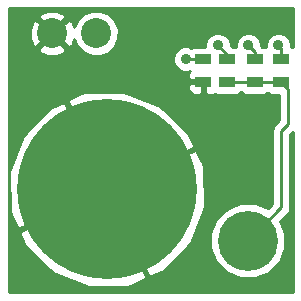
<source format=gbl>
G04 (created by PCBNEW (2013-07-07 BZR 4022)-stable) date 1/5/2014 2:00:07 AM*
%MOIN*%
G04 Gerber Fmt 3.4, Leading zero omitted, Abs format*
%FSLAX34Y34*%
G01*
G70*
G90*
G04 APERTURE LIST*
%ADD10C,0.00590551*%
%ADD11R,0.055X0.035*%
%ADD12C,0.1*%
%ADD13C,0.6*%
%ADD14C,0.2*%
%ADD15C,0.035*%
%ADD16C,0.01*%
G04 APERTURE END LIST*
G54D10*
G54D11*
X76200Y-41805D03*
X76200Y-42555D03*
X78780Y-41805D03*
X78780Y-42555D03*
X77920Y-41805D03*
X77920Y-42555D03*
X77000Y-41805D03*
X77000Y-42555D03*
G54D12*
X72620Y-40940D03*
X71160Y-40940D03*
G54D13*
X72980Y-46140D03*
G54D14*
X77678Y-47850D03*
G54D15*
X78260Y-44020D03*
X73800Y-41220D03*
X76680Y-41340D03*
X77700Y-41340D03*
X78700Y-41340D03*
X75620Y-41800D03*
G54D16*
X77678Y-47850D02*
X77689Y-47850D01*
X77689Y-47850D02*
X78800Y-46740D01*
X78800Y-46740D02*
X78800Y-44180D01*
X78800Y-44180D02*
X79020Y-43960D01*
X79020Y-43960D02*
X79020Y-42795D01*
X79020Y-42795D02*
X78780Y-42555D01*
X77920Y-42555D02*
X78780Y-42555D01*
X77000Y-42555D02*
X77920Y-42555D01*
X77000Y-41805D02*
X77000Y-41660D01*
X77000Y-41660D02*
X76680Y-41340D01*
X77920Y-41805D02*
X77920Y-41560D01*
X77920Y-41560D02*
X77700Y-41340D01*
X78780Y-41805D02*
X78780Y-41420D01*
X78780Y-41420D02*
X78700Y-41340D01*
X76200Y-41805D02*
X75625Y-41805D01*
X75625Y-41805D02*
X75620Y-41800D01*
G54D10*
G36*
X79170Y-49570D02*
X76241Y-49570D01*
X76241Y-46723D01*
X76216Y-45430D01*
X76178Y-45274D01*
X76150Y-45217D01*
X76150Y-42917D01*
X76150Y-42605D01*
X75737Y-42605D01*
X75675Y-42667D01*
X75674Y-42779D01*
X75712Y-42871D01*
X75783Y-42941D01*
X75875Y-42979D01*
X75974Y-42980D01*
X76087Y-42980D01*
X76150Y-42917D01*
X76150Y-45217D01*
X75947Y-44811D01*
X75905Y-44831D01*
X75905Y-44720D01*
X75698Y-44245D01*
X74767Y-43349D01*
X73563Y-42878D01*
X73370Y-42881D01*
X73370Y-40791D01*
X73256Y-40515D01*
X73045Y-40304D01*
X72769Y-40190D01*
X72471Y-40189D01*
X72195Y-40303D01*
X71984Y-40514D01*
X71891Y-40737D01*
X71806Y-40531D01*
X71690Y-40480D01*
X71619Y-40550D01*
X71619Y-40409D01*
X71568Y-40293D01*
X71289Y-40186D01*
X70991Y-40194D01*
X70751Y-40293D01*
X70700Y-40409D01*
X71160Y-40869D01*
X71619Y-40409D01*
X71619Y-40550D01*
X71230Y-40940D01*
X71690Y-41399D01*
X71806Y-41348D01*
X71888Y-41134D01*
X71983Y-41364D01*
X72194Y-41575D01*
X72470Y-41689D01*
X72768Y-41690D01*
X73044Y-41576D01*
X73255Y-41365D01*
X73369Y-41089D01*
X73370Y-40791D01*
X73370Y-42881D01*
X72270Y-42903D01*
X72114Y-42941D01*
X71651Y-43172D01*
X73004Y-46073D01*
X75905Y-44720D01*
X75905Y-44831D01*
X73046Y-46164D01*
X74399Y-49065D01*
X74874Y-48858D01*
X75770Y-47927D01*
X76241Y-46723D01*
X76241Y-49570D01*
X74308Y-49570D01*
X74308Y-49107D01*
X72955Y-46206D01*
X72913Y-46226D01*
X72913Y-46115D01*
X71619Y-43341D01*
X71619Y-41470D01*
X71160Y-41010D01*
X71089Y-41081D01*
X71089Y-40940D01*
X70629Y-40480D01*
X70513Y-40531D01*
X70406Y-40810D01*
X70414Y-41108D01*
X70513Y-41348D01*
X70629Y-41399D01*
X71089Y-40940D01*
X71089Y-41081D01*
X70700Y-41470D01*
X70751Y-41586D01*
X71030Y-41693D01*
X71328Y-41685D01*
X71568Y-41586D01*
X71619Y-41470D01*
X71619Y-43341D01*
X71560Y-43214D01*
X71085Y-43421D01*
X70189Y-44352D01*
X69718Y-45556D01*
X69743Y-46849D01*
X69781Y-47005D01*
X70012Y-47468D01*
X72913Y-46115D01*
X72913Y-46226D01*
X70054Y-47559D01*
X70261Y-48034D01*
X71192Y-48930D01*
X72396Y-49401D01*
X73689Y-49376D01*
X73845Y-49338D01*
X74308Y-49107D01*
X74308Y-49570D01*
X69709Y-49570D01*
X69709Y-40109D01*
X79170Y-40109D01*
X79170Y-41407D01*
X79124Y-41388D01*
X79125Y-41255D01*
X79060Y-41099D01*
X78941Y-40979D01*
X78784Y-40915D01*
X78615Y-40914D01*
X78459Y-40979D01*
X78339Y-41098D01*
X78275Y-41255D01*
X78274Y-41392D01*
X78244Y-41380D01*
X78153Y-41379D01*
X78132Y-41347D01*
X78132Y-41347D01*
X78124Y-41340D01*
X78125Y-41255D01*
X78060Y-41099D01*
X77941Y-40979D01*
X77784Y-40915D01*
X77615Y-40914D01*
X77459Y-40979D01*
X77339Y-41098D01*
X77275Y-41255D01*
X77274Y-41379D01*
X77225Y-41379D01*
X77144Y-41379D01*
X77104Y-41340D01*
X77105Y-41255D01*
X77040Y-41099D01*
X76921Y-40979D01*
X76764Y-40915D01*
X76595Y-40914D01*
X76439Y-40979D01*
X76319Y-41098D01*
X76255Y-41255D01*
X76254Y-41379D01*
X75875Y-41379D01*
X75795Y-41412D01*
X75704Y-41375D01*
X75535Y-41374D01*
X75379Y-41439D01*
X75259Y-41558D01*
X75195Y-41715D01*
X75194Y-41884D01*
X75259Y-42040D01*
X75378Y-42160D01*
X75535Y-42224D01*
X75704Y-42225D01*
X75742Y-42209D01*
X75712Y-42238D01*
X75674Y-42330D01*
X75675Y-42442D01*
X75737Y-42505D01*
X76150Y-42505D01*
X76150Y-42497D01*
X76250Y-42497D01*
X76250Y-42505D01*
X76257Y-42505D01*
X76257Y-42605D01*
X76250Y-42605D01*
X76250Y-42917D01*
X76312Y-42980D01*
X76425Y-42980D01*
X76524Y-42979D01*
X76600Y-42948D01*
X76675Y-42979D01*
X76774Y-42980D01*
X77324Y-42980D01*
X77416Y-42942D01*
X77460Y-42898D01*
X77503Y-42941D01*
X77595Y-42979D01*
X77694Y-42980D01*
X78244Y-42980D01*
X78336Y-42942D01*
X78349Y-42928D01*
X78363Y-42941D01*
X78455Y-42979D01*
X78554Y-42980D01*
X78720Y-42980D01*
X78720Y-43835D01*
X78587Y-43967D01*
X78522Y-44065D01*
X78500Y-44180D01*
X78500Y-46615D01*
X78343Y-46772D01*
X77928Y-46600D01*
X77430Y-46599D01*
X76971Y-46789D01*
X76619Y-47141D01*
X76428Y-47600D01*
X76428Y-48097D01*
X76618Y-48557D01*
X76969Y-48909D01*
X77428Y-49099D01*
X77926Y-49100D01*
X78385Y-48910D01*
X78737Y-48559D01*
X78928Y-48099D01*
X78928Y-47602D01*
X78762Y-47201D01*
X79012Y-46952D01*
X79012Y-46952D01*
X79077Y-46854D01*
X79099Y-46740D01*
X79100Y-46740D01*
X79100Y-44304D01*
X79170Y-44233D01*
X79170Y-49570D01*
X79170Y-49570D01*
G37*
G54D16*
X79170Y-49570D02*
X76241Y-49570D01*
X76241Y-46723D01*
X76216Y-45430D01*
X76178Y-45274D01*
X76150Y-45217D01*
X76150Y-42917D01*
X76150Y-42605D01*
X75737Y-42605D01*
X75675Y-42667D01*
X75674Y-42779D01*
X75712Y-42871D01*
X75783Y-42941D01*
X75875Y-42979D01*
X75974Y-42980D01*
X76087Y-42980D01*
X76150Y-42917D01*
X76150Y-45217D01*
X75947Y-44811D01*
X75905Y-44831D01*
X75905Y-44720D01*
X75698Y-44245D01*
X74767Y-43349D01*
X73563Y-42878D01*
X73370Y-42881D01*
X73370Y-40791D01*
X73256Y-40515D01*
X73045Y-40304D01*
X72769Y-40190D01*
X72471Y-40189D01*
X72195Y-40303D01*
X71984Y-40514D01*
X71891Y-40737D01*
X71806Y-40531D01*
X71690Y-40480D01*
X71619Y-40550D01*
X71619Y-40409D01*
X71568Y-40293D01*
X71289Y-40186D01*
X70991Y-40194D01*
X70751Y-40293D01*
X70700Y-40409D01*
X71160Y-40869D01*
X71619Y-40409D01*
X71619Y-40550D01*
X71230Y-40940D01*
X71690Y-41399D01*
X71806Y-41348D01*
X71888Y-41134D01*
X71983Y-41364D01*
X72194Y-41575D01*
X72470Y-41689D01*
X72768Y-41690D01*
X73044Y-41576D01*
X73255Y-41365D01*
X73369Y-41089D01*
X73370Y-40791D01*
X73370Y-42881D01*
X72270Y-42903D01*
X72114Y-42941D01*
X71651Y-43172D01*
X73004Y-46073D01*
X75905Y-44720D01*
X75905Y-44831D01*
X73046Y-46164D01*
X74399Y-49065D01*
X74874Y-48858D01*
X75770Y-47927D01*
X76241Y-46723D01*
X76241Y-49570D01*
X74308Y-49570D01*
X74308Y-49107D01*
X72955Y-46206D01*
X72913Y-46226D01*
X72913Y-46115D01*
X71619Y-43341D01*
X71619Y-41470D01*
X71160Y-41010D01*
X71089Y-41081D01*
X71089Y-40940D01*
X70629Y-40480D01*
X70513Y-40531D01*
X70406Y-40810D01*
X70414Y-41108D01*
X70513Y-41348D01*
X70629Y-41399D01*
X71089Y-40940D01*
X71089Y-41081D01*
X70700Y-41470D01*
X70751Y-41586D01*
X71030Y-41693D01*
X71328Y-41685D01*
X71568Y-41586D01*
X71619Y-41470D01*
X71619Y-43341D01*
X71560Y-43214D01*
X71085Y-43421D01*
X70189Y-44352D01*
X69718Y-45556D01*
X69743Y-46849D01*
X69781Y-47005D01*
X70012Y-47468D01*
X72913Y-46115D01*
X72913Y-46226D01*
X70054Y-47559D01*
X70261Y-48034D01*
X71192Y-48930D01*
X72396Y-49401D01*
X73689Y-49376D01*
X73845Y-49338D01*
X74308Y-49107D01*
X74308Y-49570D01*
X69709Y-49570D01*
X69709Y-40109D01*
X79170Y-40109D01*
X79170Y-41407D01*
X79124Y-41388D01*
X79125Y-41255D01*
X79060Y-41099D01*
X78941Y-40979D01*
X78784Y-40915D01*
X78615Y-40914D01*
X78459Y-40979D01*
X78339Y-41098D01*
X78275Y-41255D01*
X78274Y-41392D01*
X78244Y-41380D01*
X78153Y-41379D01*
X78132Y-41347D01*
X78132Y-41347D01*
X78124Y-41340D01*
X78125Y-41255D01*
X78060Y-41099D01*
X77941Y-40979D01*
X77784Y-40915D01*
X77615Y-40914D01*
X77459Y-40979D01*
X77339Y-41098D01*
X77275Y-41255D01*
X77274Y-41379D01*
X77225Y-41379D01*
X77144Y-41379D01*
X77104Y-41340D01*
X77105Y-41255D01*
X77040Y-41099D01*
X76921Y-40979D01*
X76764Y-40915D01*
X76595Y-40914D01*
X76439Y-40979D01*
X76319Y-41098D01*
X76255Y-41255D01*
X76254Y-41379D01*
X75875Y-41379D01*
X75795Y-41412D01*
X75704Y-41375D01*
X75535Y-41374D01*
X75379Y-41439D01*
X75259Y-41558D01*
X75195Y-41715D01*
X75194Y-41884D01*
X75259Y-42040D01*
X75378Y-42160D01*
X75535Y-42224D01*
X75704Y-42225D01*
X75742Y-42209D01*
X75712Y-42238D01*
X75674Y-42330D01*
X75675Y-42442D01*
X75737Y-42505D01*
X76150Y-42505D01*
X76150Y-42497D01*
X76250Y-42497D01*
X76250Y-42505D01*
X76257Y-42505D01*
X76257Y-42605D01*
X76250Y-42605D01*
X76250Y-42917D01*
X76312Y-42980D01*
X76425Y-42980D01*
X76524Y-42979D01*
X76600Y-42948D01*
X76675Y-42979D01*
X76774Y-42980D01*
X77324Y-42980D01*
X77416Y-42942D01*
X77460Y-42898D01*
X77503Y-42941D01*
X77595Y-42979D01*
X77694Y-42980D01*
X78244Y-42980D01*
X78336Y-42942D01*
X78349Y-42928D01*
X78363Y-42941D01*
X78455Y-42979D01*
X78554Y-42980D01*
X78720Y-42980D01*
X78720Y-43835D01*
X78587Y-43967D01*
X78522Y-44065D01*
X78500Y-44180D01*
X78500Y-46615D01*
X78343Y-46772D01*
X77928Y-46600D01*
X77430Y-46599D01*
X76971Y-46789D01*
X76619Y-47141D01*
X76428Y-47600D01*
X76428Y-48097D01*
X76618Y-48557D01*
X76969Y-48909D01*
X77428Y-49099D01*
X77926Y-49100D01*
X78385Y-48910D01*
X78737Y-48559D01*
X78928Y-48099D01*
X78928Y-47602D01*
X78762Y-47201D01*
X79012Y-46952D01*
X79012Y-46952D01*
X79077Y-46854D01*
X79099Y-46740D01*
X79100Y-46740D01*
X79100Y-44304D01*
X79170Y-44233D01*
X79170Y-49570D01*
M02*

</source>
